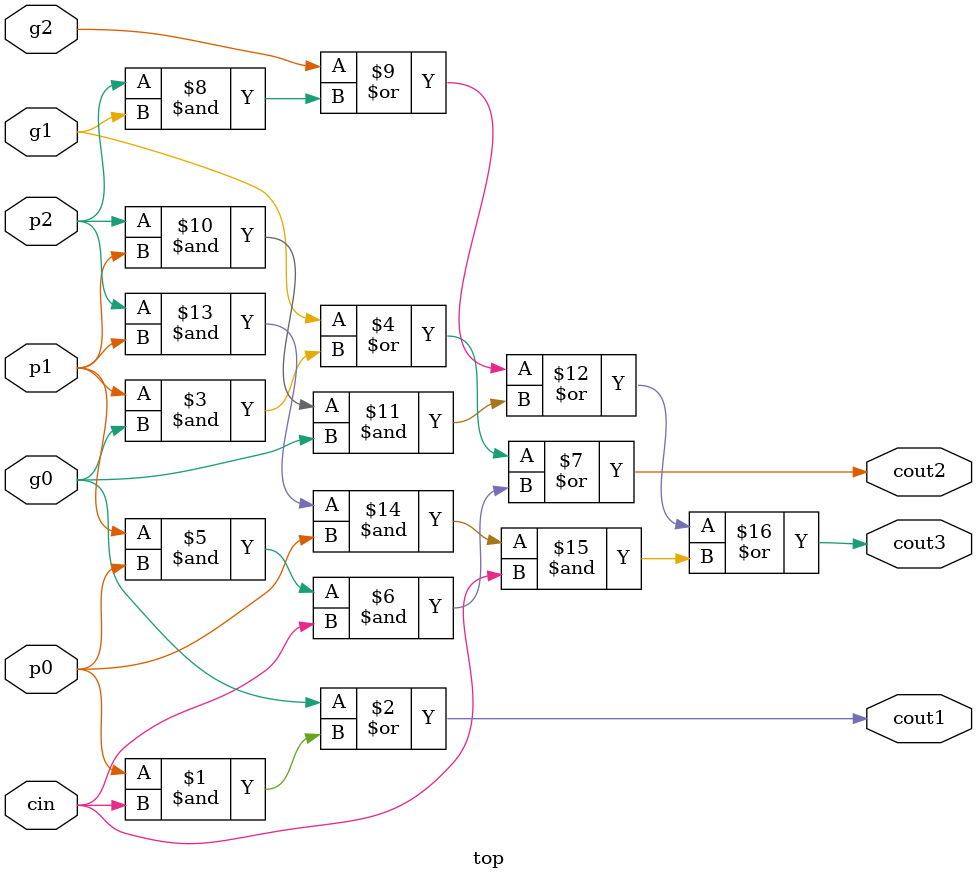
<source format=v>
module top( g0 , p0, g1, p1, g2, p2, cin, cout1, cout2, cout3);
  input g0, p0, g1, p1, g2, p2, cin;
  output cout1, cout2, cout3;

  assign cout1 = g0 | (p0 & cin);
  assign cout2 = g1 | (p1 & g0) | (p1 & p0 & cin);
  assign cout3 = g2 | (p2 & g1) | (p2 & p1 & g0) | (p2 & p1 & p0 & cin);
endmodule

</source>
